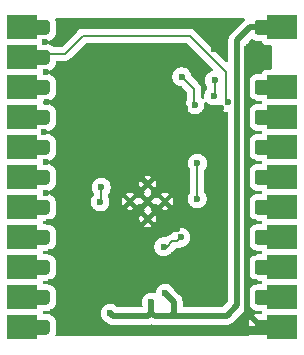
<source format=gbl>
G04 #@! TF.GenerationSoftware,KiCad,Pcbnew,9.0.1+1*
G04 #@! TF.CreationDate,2025-11-11T14:39:29+00:00*
G04 #@! TF.ProjectId,audio-codec,61756469-6f2d-4636-9f64-65632e6b6963,rev?*
G04 #@! TF.SameCoordinates,Original*
G04 #@! TF.FileFunction,Copper,L2,Bot*
G04 #@! TF.FilePolarity,Positive*
%FSLAX46Y46*%
G04 Gerber Fmt 4.6, Leading zero omitted, Abs format (unit mm)*
G04 Created by KiCad (PCBNEW 9.0.1+1) date 2025-11-11 14:39:29*
%MOMM*%
%LPD*%
G01*
G04 APERTURE LIST*
G04 #@! TA.AperFunction,ComponentPad*
%ADD10C,0.400000*%
G04 #@! TD*
G04 #@! TA.AperFunction,CastellatedPad*
%ADD11R,2.540000X2.000000*%
G04 #@! TD*
G04 #@! TA.AperFunction,ViaPad*
%ADD12C,0.600000*%
G04 #@! TD*
G04 #@! TA.AperFunction,Conductor*
%ADD13C,0.200000*%
G04 #@! TD*
G04 #@! TA.AperFunction,Conductor*
%ADD14C,0.750000*%
G04 #@! TD*
G04 #@! TA.AperFunction,Conductor*
%ADD15C,0.500000*%
G04 #@! TD*
G04 APERTURE END LIST*
D10*
X83303570Y-64589241D03*
X84778570Y-64589241D03*
X83303570Y-63114241D03*
X81828570Y-64589241D03*
X83303570Y-66064241D03*
D11*
X94693570Y-49864241D03*
G04 #@! TA.AperFunction,ComponentPad*
G36*
G01*
X92368570Y-50239241D02*
X92368570Y-49489241D01*
G75*
G02*
X92618570Y-49239241I250000J0D01*
G01*
X93368570Y-49239241D01*
G75*
G02*
X93618570Y-49489241I0J-250000D01*
G01*
X93618570Y-50239241D01*
G75*
G02*
X93368570Y-50489241I-250000J0D01*
G01*
X92618570Y-50489241D01*
G75*
G02*
X92368570Y-50239241I0J250000D01*
G01*
G37*
G04 #@! TD.AperFunction*
X94693570Y-54944241D03*
G04 #@! TA.AperFunction,ComponentPad*
G36*
G01*
X92368570Y-55319241D02*
X92368570Y-54569241D01*
G75*
G02*
X92618570Y-54319241I250000J0D01*
G01*
X93368570Y-54319241D01*
G75*
G02*
X93618570Y-54569241I0J-250000D01*
G01*
X93618570Y-55319241D01*
G75*
G02*
X93368570Y-55569241I-250000J0D01*
G01*
X92618570Y-55569241D01*
G75*
G02*
X92368570Y-55319241I0J250000D01*
G01*
G37*
G04 #@! TD.AperFunction*
X94693570Y-57484241D03*
G04 #@! TA.AperFunction,ComponentPad*
G36*
G01*
X92368570Y-57859241D02*
X92368570Y-57109241D01*
G75*
G02*
X92618570Y-56859241I250000J0D01*
G01*
X93368570Y-56859241D01*
G75*
G02*
X93618570Y-57109241I0J-250000D01*
G01*
X93618570Y-57859241D01*
G75*
G02*
X93368570Y-58109241I-250000J0D01*
G01*
X92618570Y-58109241D01*
G75*
G02*
X92368570Y-57859241I0J250000D01*
G01*
G37*
G04 #@! TD.AperFunction*
X94693570Y-60024241D03*
G04 #@! TA.AperFunction,ComponentPad*
G36*
G01*
X92368570Y-60399241D02*
X92368570Y-59649241D01*
G75*
G02*
X92618570Y-59399241I250000J0D01*
G01*
X93368570Y-59399241D01*
G75*
G02*
X93618570Y-59649241I0J-250000D01*
G01*
X93618570Y-60399241D01*
G75*
G02*
X93368570Y-60649241I-250000J0D01*
G01*
X92618570Y-60649241D01*
G75*
G02*
X92368570Y-60399241I0J250000D01*
G01*
G37*
G04 #@! TD.AperFunction*
X94693570Y-62564241D03*
G04 #@! TA.AperFunction,ComponentPad*
G36*
G01*
X92368570Y-62939241D02*
X92368570Y-62189241D01*
G75*
G02*
X92618570Y-61939241I250000J0D01*
G01*
X93368570Y-61939241D01*
G75*
G02*
X93618570Y-62189241I0J-250000D01*
G01*
X93618570Y-62939241D01*
G75*
G02*
X93368570Y-63189241I-250000J0D01*
G01*
X92618570Y-63189241D01*
G75*
G02*
X92368570Y-62939241I0J250000D01*
G01*
G37*
G04 #@! TD.AperFunction*
X94693570Y-65104241D03*
G04 #@! TA.AperFunction,ComponentPad*
G36*
G01*
X92368570Y-65479241D02*
X92368570Y-64729241D01*
G75*
G02*
X92618570Y-64479241I250000J0D01*
G01*
X93368570Y-64479241D01*
G75*
G02*
X93618570Y-64729241I0J-250000D01*
G01*
X93618570Y-65479241D01*
G75*
G02*
X93368570Y-65729241I-250000J0D01*
G01*
X92618570Y-65729241D01*
G75*
G02*
X92368570Y-65479241I0J250000D01*
G01*
G37*
G04 #@! TD.AperFunction*
X94693570Y-67644241D03*
G04 #@! TA.AperFunction,ComponentPad*
G36*
G01*
X92368570Y-68019241D02*
X92368570Y-67269241D01*
G75*
G02*
X92618570Y-67019241I250000J0D01*
G01*
X93368570Y-67019241D01*
G75*
G02*
X93618570Y-67269241I0J-250000D01*
G01*
X93618570Y-68019241D01*
G75*
G02*
X93368570Y-68269241I-250000J0D01*
G01*
X92618570Y-68269241D01*
G75*
G02*
X92368570Y-68019241I0J250000D01*
G01*
G37*
G04 #@! TD.AperFunction*
X94693570Y-70184241D03*
G04 #@! TA.AperFunction,ComponentPad*
G36*
G01*
X92368570Y-70559241D02*
X92368570Y-69809241D01*
G75*
G02*
X92618570Y-69559241I250000J0D01*
G01*
X93368570Y-69559241D01*
G75*
G02*
X93618570Y-69809241I0J-250000D01*
G01*
X93618570Y-70559241D01*
G75*
G02*
X93368570Y-70809241I-250000J0D01*
G01*
X92618570Y-70809241D01*
G75*
G02*
X92368570Y-70559241I0J250000D01*
G01*
G37*
G04 #@! TD.AperFunction*
X94693570Y-72724241D03*
G04 #@! TA.AperFunction,ComponentPad*
G36*
G01*
X92368570Y-73099241D02*
X92368570Y-72349241D01*
G75*
G02*
X92618570Y-72099241I250000J0D01*
G01*
X93368570Y-72099241D01*
G75*
G02*
X93618570Y-72349241I0J-250000D01*
G01*
X93618570Y-73099241D01*
G75*
G02*
X93368570Y-73349241I-250000J0D01*
G01*
X92618570Y-73349241D01*
G75*
G02*
X92368570Y-73099241I0J250000D01*
G01*
G37*
G04 #@! TD.AperFunction*
X94693570Y-75264241D03*
G04 #@! TA.AperFunction,ComponentPad*
G36*
G01*
X92368570Y-75639241D02*
X92368570Y-74889241D01*
G75*
G02*
X92618570Y-74639241I250000J0D01*
G01*
X93368570Y-74639241D01*
G75*
G02*
X93618570Y-74889241I0J-250000D01*
G01*
X93618570Y-75639241D01*
G75*
G02*
X93368570Y-75889241I-250000J0D01*
G01*
X92618570Y-75889241D01*
G75*
G02*
X92368570Y-75639241I0J250000D01*
G01*
G37*
G04 #@! TD.AperFunction*
G04 #@! TA.AperFunction,ComponentPad*
G36*
G01*
X73768570Y-50239241D02*
X73768570Y-49489241D01*
G75*
G02*
X74018570Y-49239241I250000J0D01*
G01*
X74768570Y-49239241D01*
G75*
G02*
X75018570Y-49489241I0J-250000D01*
G01*
X75018570Y-50239241D01*
G75*
G02*
X74768570Y-50489241I-250000J0D01*
G01*
X74018570Y-50489241D01*
G75*
G02*
X73768570Y-50239241I0J250000D01*
G01*
G37*
G04 #@! TD.AperFunction*
X72693570Y-49864241D03*
G04 #@! TA.AperFunction,ComponentPad*
G36*
G01*
X73768570Y-52779241D02*
X73768570Y-52029241D01*
G75*
G02*
X74018570Y-51779241I250000J0D01*
G01*
X74768570Y-51779241D01*
G75*
G02*
X75018570Y-52029241I0J-250000D01*
G01*
X75018570Y-52779241D01*
G75*
G02*
X74768570Y-53029241I-250000J0D01*
G01*
X74018570Y-53029241D01*
G75*
G02*
X73768570Y-52779241I0J250000D01*
G01*
G37*
G04 #@! TD.AperFunction*
X72693570Y-52404241D03*
G04 #@! TA.AperFunction,ComponentPad*
G36*
G01*
X73768570Y-55319241D02*
X73768570Y-54569241D01*
G75*
G02*
X74018570Y-54319241I250000J0D01*
G01*
X74768570Y-54319241D01*
G75*
G02*
X75018570Y-54569241I0J-250000D01*
G01*
X75018570Y-55319241D01*
G75*
G02*
X74768570Y-55569241I-250000J0D01*
G01*
X74018570Y-55569241D01*
G75*
G02*
X73768570Y-55319241I0J250000D01*
G01*
G37*
G04 #@! TD.AperFunction*
X72693570Y-54944241D03*
G04 #@! TA.AperFunction,ComponentPad*
G36*
G01*
X73768570Y-57859241D02*
X73768570Y-57109241D01*
G75*
G02*
X74018570Y-56859241I250000J0D01*
G01*
X74768570Y-56859241D01*
G75*
G02*
X75018570Y-57109241I0J-250000D01*
G01*
X75018570Y-57859241D01*
G75*
G02*
X74768570Y-58109241I-250000J0D01*
G01*
X74018570Y-58109241D01*
G75*
G02*
X73768570Y-57859241I0J250000D01*
G01*
G37*
G04 #@! TD.AperFunction*
X72693570Y-57484241D03*
G04 #@! TA.AperFunction,ComponentPad*
G36*
G01*
X73768570Y-60399241D02*
X73768570Y-59649241D01*
G75*
G02*
X74018570Y-59399241I250000J0D01*
G01*
X74768570Y-59399241D01*
G75*
G02*
X75018570Y-59649241I0J-250000D01*
G01*
X75018570Y-60399241D01*
G75*
G02*
X74768570Y-60649241I-250000J0D01*
G01*
X74018570Y-60649241D01*
G75*
G02*
X73768570Y-60399241I0J250000D01*
G01*
G37*
G04 #@! TD.AperFunction*
X72693570Y-60024241D03*
G04 #@! TA.AperFunction,ComponentPad*
G36*
G01*
X73768570Y-62939241D02*
X73768570Y-62189241D01*
G75*
G02*
X74018570Y-61939241I250000J0D01*
G01*
X74768570Y-61939241D01*
G75*
G02*
X75018570Y-62189241I0J-250000D01*
G01*
X75018570Y-62939241D01*
G75*
G02*
X74768570Y-63189241I-250000J0D01*
G01*
X74018570Y-63189241D01*
G75*
G02*
X73768570Y-62939241I0J250000D01*
G01*
G37*
G04 #@! TD.AperFunction*
X72693570Y-62564241D03*
G04 #@! TA.AperFunction,ComponentPad*
G36*
G01*
X73768570Y-65479241D02*
X73768570Y-64729241D01*
G75*
G02*
X74018570Y-64479241I250000J0D01*
G01*
X74768570Y-64479241D01*
G75*
G02*
X75018570Y-64729241I0J-250000D01*
G01*
X75018570Y-65479241D01*
G75*
G02*
X74768570Y-65729241I-250000J0D01*
G01*
X74018570Y-65729241D01*
G75*
G02*
X73768570Y-65479241I0J250000D01*
G01*
G37*
G04 #@! TD.AperFunction*
X72693570Y-65104241D03*
G04 #@! TA.AperFunction,ComponentPad*
G36*
G01*
X73768570Y-68019241D02*
X73768570Y-67269241D01*
G75*
G02*
X74018570Y-67019241I250000J0D01*
G01*
X74768570Y-67019241D01*
G75*
G02*
X75018570Y-67269241I0J-250000D01*
G01*
X75018570Y-68019241D01*
G75*
G02*
X74768570Y-68269241I-250000J0D01*
G01*
X74018570Y-68269241D01*
G75*
G02*
X73768570Y-68019241I0J250000D01*
G01*
G37*
G04 #@! TD.AperFunction*
X72693570Y-67644241D03*
G04 #@! TA.AperFunction,ComponentPad*
G36*
G01*
X73768570Y-70559241D02*
X73768570Y-69809241D01*
G75*
G02*
X74018570Y-69559241I250000J0D01*
G01*
X74768570Y-69559241D01*
G75*
G02*
X75018570Y-69809241I0J-250000D01*
G01*
X75018570Y-70559241D01*
G75*
G02*
X74768570Y-70809241I-250000J0D01*
G01*
X74018570Y-70809241D01*
G75*
G02*
X73768570Y-70559241I0J250000D01*
G01*
G37*
G04 #@! TD.AperFunction*
X72693570Y-70184241D03*
G04 #@! TA.AperFunction,ComponentPad*
G36*
G01*
X73768570Y-73099241D02*
X73768570Y-72349241D01*
G75*
G02*
X74018570Y-72099241I250000J0D01*
G01*
X74768570Y-72099241D01*
G75*
G02*
X75018570Y-72349241I0J-250000D01*
G01*
X75018570Y-73099241D01*
G75*
G02*
X74768570Y-73349241I-250000J0D01*
G01*
X74018570Y-73349241D01*
G75*
G02*
X73768570Y-73099241I0J250000D01*
G01*
G37*
G04 #@! TD.AperFunction*
X72693570Y-72724241D03*
G04 #@! TA.AperFunction,ComponentPad*
G36*
G01*
X73768570Y-75639241D02*
X73768570Y-74889241D01*
G75*
G02*
X74018570Y-74639241I250000J0D01*
G01*
X74768570Y-74639241D01*
G75*
G02*
X75018570Y-74889241I0J-250000D01*
G01*
X75018570Y-75639241D01*
G75*
G02*
X74768570Y-75889241I-250000J0D01*
G01*
X74018570Y-75889241D01*
G75*
G02*
X73768570Y-75639241I0J250000D01*
G01*
G37*
G04 #@! TD.AperFunction*
X72693570Y-75264241D03*
D12*
X87318570Y-56424241D03*
X87503570Y-64389241D03*
X87528570Y-61364241D03*
X86193570Y-54039241D03*
X79392813Y-63414241D03*
X79278528Y-64637812D03*
X86293570Y-59734241D03*
X80623570Y-60254241D03*
X89173570Y-66164241D03*
X74563570Y-58744241D03*
X80678570Y-66839241D03*
X92413570Y-71444241D03*
X86483570Y-56704241D03*
X77743570Y-57244241D03*
X91693570Y-63854241D03*
X88943570Y-51724241D03*
X83335496Y-53389241D03*
X78083570Y-63404241D03*
X76313570Y-58854241D03*
X91693570Y-53454241D03*
X76493570Y-72304241D03*
X83053570Y-67739241D03*
X74703570Y-53664241D03*
X86303570Y-52064241D03*
X88733570Y-75464241D03*
X92253570Y-61254241D03*
X74703570Y-61274241D03*
X77313570Y-54444241D03*
X86478570Y-64389241D03*
X81623570Y-68564241D03*
X81843570Y-67794241D03*
X78543570Y-68484241D03*
X75313570Y-73934241D03*
X75113570Y-68854241D03*
X87623570Y-53034241D03*
X85393570Y-55264241D03*
X77103570Y-60374241D03*
X74803570Y-56224241D03*
X85753570Y-66939241D03*
X85843570Y-69274241D03*
X85513570Y-61804241D03*
X88993570Y-50664241D03*
X75103570Y-71424241D03*
X89493570Y-56734241D03*
X81673570Y-71664241D03*
X89228570Y-67614241D03*
X74683570Y-63874241D03*
X74993570Y-66354241D03*
X92353570Y-68944241D03*
X91693570Y-51724241D03*
X90073570Y-75464241D03*
X74633570Y-51134241D03*
X89573570Y-59714241D03*
X91823570Y-74094241D03*
X91693570Y-58804241D03*
X83593570Y-58374241D03*
X92253570Y-56184241D03*
X87113570Y-71714241D03*
X92333570Y-66304241D03*
X78553570Y-71544241D03*
X83628570Y-73154241D03*
X84783570Y-72384241D03*
X80128570Y-74064241D03*
X88903570Y-55654241D03*
X88973570Y-54354241D03*
X84670677Y-68447134D03*
X86128570Y-67645907D03*
X90123570Y-56224241D03*
D13*
X87478570Y-64364241D02*
X87503570Y-64389241D01*
X87528570Y-61364241D02*
X87478570Y-61414241D01*
X87318570Y-56424241D02*
X87243570Y-56349241D01*
X87243570Y-56349241D02*
X87243570Y-55089241D01*
X87478570Y-61414241D02*
X87478570Y-64364241D01*
X87243570Y-55089241D02*
X86193570Y-54039241D01*
X79392813Y-64523527D02*
X79278528Y-64637812D01*
X79392813Y-63414241D02*
X79392813Y-64523527D01*
X89253570Y-62839241D02*
X89203570Y-62789241D01*
X77503570Y-64889241D02*
X77503570Y-62964241D01*
D14*
X93518570Y-75464241D02*
X90073570Y-75464241D01*
D15*
X91823570Y-74094241D02*
X92993570Y-75264241D01*
X91693570Y-53454241D02*
X91693570Y-58804241D01*
X91693570Y-58804241D02*
X91693570Y-63854241D01*
D13*
X89253570Y-65164241D02*
X89253570Y-62839241D01*
D14*
X88733570Y-75464241D02*
X88493570Y-75464241D01*
D15*
X91693570Y-73964241D02*
X91823570Y-74094241D01*
X91693570Y-51724241D02*
X91693570Y-53454241D01*
D14*
X90073570Y-75464241D02*
X88733570Y-75464241D01*
D15*
X91693570Y-63854241D02*
X91693570Y-73964241D01*
D14*
X94018570Y-74964241D02*
X93518570Y-75464241D01*
D15*
X85528570Y-74084241D02*
X85323570Y-74289241D01*
X92983570Y-49874241D02*
X92993570Y-49864241D01*
X93718570Y-49864241D02*
X94018570Y-49564241D01*
X85323570Y-74289241D02*
X85588570Y-74289241D01*
X83628570Y-73154241D02*
X83628570Y-74014241D01*
X91993570Y-49874241D02*
X92983570Y-49874241D01*
X85323570Y-74289241D02*
X83903570Y-74289241D01*
X90893570Y-50974241D02*
X91993570Y-49874241D01*
X83628570Y-74014241D02*
X83308570Y-74334241D01*
X84783570Y-72384241D02*
X85528570Y-73129241D01*
X80398570Y-74334241D02*
X80128570Y-74064241D01*
X83308570Y-74334241D02*
X80398570Y-74334241D01*
X85588570Y-74289241D02*
X85603570Y-74274241D01*
X90003570Y-74274241D02*
X90893570Y-73384241D01*
X85603570Y-74274241D02*
X90003570Y-74274241D01*
X92993570Y-49864241D02*
X93718570Y-49864241D01*
X85528570Y-73129241D02*
X85528570Y-74084241D01*
X83903570Y-74289241D02*
X83628570Y-74014241D01*
X90893570Y-73384241D02*
X90893570Y-50974241D01*
D13*
X88903570Y-55654241D02*
X88903570Y-55594241D01*
X88903570Y-55594241D02*
X88973570Y-55524241D01*
X88973570Y-55524241D02*
X88973570Y-54354241D01*
X84670677Y-68447134D02*
X84939405Y-68447134D01*
X85788372Y-67986105D02*
X86128570Y-67645907D01*
X85400434Y-67986105D02*
X85788372Y-67986105D01*
X84939405Y-68447134D02*
X85400434Y-67986105D01*
X76323570Y-52104241D02*
X73698570Y-52104241D01*
X90123570Y-56224241D02*
X89963570Y-56064241D01*
X89963570Y-53664241D02*
X86903570Y-50604241D01*
X86903570Y-50604241D02*
X77823570Y-50604241D01*
X77823570Y-50604241D02*
X76323570Y-52104241D01*
X89963570Y-56064241D02*
X89963570Y-53664241D01*
G04 #@! TA.AperFunction,Conductor*
G36*
X86670512Y-51224426D02*
G01*
X86691154Y-51241060D01*
X88821692Y-53371599D01*
X88855177Y-53432922D01*
X88850193Y-53502614D01*
X88808321Y-53558547D01*
X88758204Y-53580897D01*
X88740077Y-53584502D01*
X88740068Y-53584505D01*
X88594397Y-53644843D01*
X88594384Y-53644850D01*
X88463281Y-53732451D01*
X88463277Y-53732454D01*
X88351783Y-53843948D01*
X88351780Y-53843952D01*
X88264179Y-53975055D01*
X88264172Y-53975068D01*
X88203834Y-54120739D01*
X88203831Y-54120751D01*
X88173070Y-54275394D01*
X88173070Y-54433087D01*
X88203831Y-54587730D01*
X88203834Y-54587742D01*
X88264172Y-54733413D01*
X88264179Y-54733426D01*
X88352172Y-54865115D01*
X88357822Y-54883161D01*
X88368047Y-54899071D01*
X88372498Y-54930030D01*
X88373050Y-54931792D01*
X88373070Y-54934006D01*
X88373070Y-55001300D01*
X88353385Y-55068339D01*
X88336751Y-55088981D01*
X88281783Y-55143948D01*
X88281780Y-55143952D01*
X88194179Y-55275055D01*
X88194172Y-55275068D01*
X88133834Y-55420739D01*
X88133831Y-55420751D01*
X88103070Y-55575394D01*
X88103070Y-55733082D01*
X88108634Y-55761057D01*
X88102405Y-55830649D01*
X88059541Y-55885826D01*
X87993651Y-55909069D01*
X87925655Y-55893000D01*
X87899336Y-55872929D01*
X87880386Y-55853979D01*
X87846903Y-55792655D01*
X87844070Y-55766300D01*
X87844070Y-55010184D01*
X87844069Y-55010181D01*
X87834919Y-54976030D01*
X87803147Y-54857456D01*
X87774209Y-54807336D01*
X87724090Y-54720525D01*
X87612286Y-54608721D01*
X87612285Y-54608720D01*
X87607955Y-54604390D01*
X87607944Y-54604380D01*
X87028144Y-54024580D01*
X86994659Y-53963257D01*
X86994208Y-53961090D01*
X86963308Y-53805751D01*
X86963307Y-53805744D01*
X86958447Y-53794010D01*
X86902967Y-53660068D01*
X86902960Y-53660055D01*
X86815359Y-53528952D01*
X86815356Y-53528948D01*
X86703862Y-53417454D01*
X86703858Y-53417451D01*
X86572755Y-53329850D01*
X86572742Y-53329843D01*
X86427071Y-53269505D01*
X86427059Y-53269502D01*
X86272415Y-53238741D01*
X86272412Y-53238741D01*
X86114728Y-53238741D01*
X86114725Y-53238741D01*
X85960080Y-53269502D01*
X85960068Y-53269505D01*
X85814397Y-53329843D01*
X85814384Y-53329850D01*
X85683281Y-53417451D01*
X85683277Y-53417454D01*
X85571783Y-53528948D01*
X85571780Y-53528952D01*
X85484179Y-53660055D01*
X85484172Y-53660068D01*
X85423834Y-53805739D01*
X85423831Y-53805751D01*
X85393070Y-53960394D01*
X85393070Y-54118087D01*
X85423831Y-54272730D01*
X85423834Y-54272742D01*
X85484172Y-54418413D01*
X85484179Y-54418426D01*
X85571780Y-54549529D01*
X85571783Y-54549533D01*
X85683277Y-54661027D01*
X85683281Y-54661030D01*
X85814384Y-54748631D01*
X85814397Y-54748638D01*
X85956109Y-54807336D01*
X85960073Y-54808978D01*
X86024717Y-54821836D01*
X86115419Y-54839879D01*
X86177330Y-54872264D01*
X86178909Y-54873815D01*
X86606751Y-55301657D01*
X86640236Y-55362980D01*
X86643070Y-55389338D01*
X86643070Y-55956720D01*
X86623385Y-56023759D01*
X86622172Y-56025611D01*
X86609179Y-56045055D01*
X86609172Y-56045068D01*
X86548834Y-56190739D01*
X86548831Y-56190751D01*
X86518070Y-56345394D01*
X86518070Y-56503087D01*
X86548831Y-56657730D01*
X86548834Y-56657742D01*
X86609172Y-56803413D01*
X86609179Y-56803426D01*
X86696780Y-56934529D01*
X86696783Y-56934533D01*
X86808277Y-57046027D01*
X86808281Y-57046030D01*
X86939384Y-57133631D01*
X86939397Y-57133638D01*
X87085068Y-57193976D01*
X87085073Y-57193978D01*
X87239723Y-57224740D01*
X87239726Y-57224741D01*
X87239728Y-57224741D01*
X87397414Y-57224741D01*
X87397415Y-57224740D01*
X87552067Y-57193978D01*
X87697749Y-57133635D01*
X87828859Y-57046030D01*
X87940359Y-56934530D01*
X88027964Y-56803420D01*
X88033563Y-56789904D01*
X88088305Y-56657742D01*
X88088307Y-56657738D01*
X88119070Y-56503083D01*
X88119070Y-56345399D01*
X88117808Y-56339056D01*
X88113506Y-56317428D01*
X88119733Y-56247836D01*
X88162595Y-56192658D01*
X88228484Y-56169413D01*
X88296481Y-56185480D01*
X88322804Y-56205554D01*
X88393277Y-56276027D01*
X88393281Y-56276030D01*
X88524384Y-56363631D01*
X88524397Y-56363638D01*
X88593515Y-56392267D01*
X88670073Y-56423978D01*
X88824723Y-56454740D01*
X88824726Y-56454741D01*
X88824728Y-56454741D01*
X88982414Y-56454741D01*
X88982415Y-56454740D01*
X89137067Y-56423978D01*
X89195593Y-56399735D01*
X89265060Y-56392267D01*
X89327539Y-56423542D01*
X89357605Y-56466845D01*
X89414172Y-56603413D01*
X89414179Y-56603426D01*
X89501780Y-56734529D01*
X89501783Y-56734533D01*
X89613277Y-56846027D01*
X89613281Y-56846030D01*
X89744384Y-56933631D01*
X89744397Y-56933638D01*
X89885650Y-56992146D01*
X89890073Y-56993978D01*
X90043261Y-57024449D01*
X90105172Y-57056833D01*
X90139746Y-57117549D01*
X90143070Y-57146066D01*
X90143070Y-73022011D01*
X90123385Y-73089050D01*
X90106751Y-73109692D01*
X89729021Y-73487422D01*
X89667698Y-73520907D01*
X89641340Y-73523741D01*
X86403070Y-73523741D01*
X86336031Y-73504056D01*
X86290276Y-73451252D01*
X86279070Y-73399741D01*
X86279070Y-73055320D01*
X86250229Y-72910333D01*
X86250228Y-72910332D01*
X86250228Y-72910328D01*
X86194202Y-72775068D01*
X86193657Y-72773752D01*
X86193650Y-72773739D01*
X86111522Y-72650826D01*
X86104644Y-72643948D01*
X86006986Y-72546290D01*
X85529642Y-72068946D01*
X85502761Y-72028714D01*
X85492967Y-72005069D01*
X85492966Y-72005067D01*
X85492964Y-72005062D01*
X85463894Y-71961556D01*
X85405359Y-71873951D01*
X85293862Y-71762454D01*
X85293858Y-71762451D01*
X85162755Y-71674850D01*
X85162742Y-71674843D01*
X85017071Y-71614505D01*
X85017059Y-71614502D01*
X84862415Y-71583741D01*
X84862412Y-71583741D01*
X84704728Y-71583741D01*
X84704725Y-71583741D01*
X84550080Y-71614502D01*
X84550068Y-71614505D01*
X84404397Y-71674843D01*
X84404384Y-71674850D01*
X84273281Y-71762451D01*
X84273277Y-71762454D01*
X84161783Y-71873948D01*
X84161780Y-71873952D01*
X84074179Y-72005055D01*
X84074172Y-72005068D01*
X84013834Y-72150739D01*
X84013831Y-72150749D01*
X83987519Y-72283029D01*
X83955134Y-72344940D01*
X83894418Y-72379514D01*
X83841711Y-72380454D01*
X83707416Y-72353741D01*
X83707412Y-72353741D01*
X83549728Y-72353741D01*
X83549725Y-72353741D01*
X83395080Y-72384502D01*
X83395068Y-72384505D01*
X83249397Y-72444843D01*
X83249384Y-72444850D01*
X83118281Y-72532451D01*
X83118277Y-72532454D01*
X83006783Y-72643948D01*
X83006780Y-72643952D01*
X82919179Y-72775055D01*
X82919172Y-72775068D01*
X82858834Y-72920739D01*
X82858831Y-72920751D01*
X82828070Y-73075394D01*
X82828070Y-73233087D01*
X82858831Y-73387730D01*
X82858833Y-73387738D01*
X82868631Y-73411392D01*
X82870257Y-73419569D01*
X82873047Y-73423910D01*
X82878070Y-73458845D01*
X82878070Y-73459741D01*
X82858385Y-73526780D01*
X82805581Y-73572535D01*
X82754070Y-73583741D01*
X80831511Y-73583741D01*
X80764472Y-73564056D01*
X80743830Y-73547422D01*
X80638862Y-73442454D01*
X80638858Y-73442451D01*
X80507755Y-73354850D01*
X80507742Y-73354843D01*
X80362071Y-73294505D01*
X80362059Y-73294502D01*
X80207415Y-73263741D01*
X80207412Y-73263741D01*
X80049728Y-73263741D01*
X80049725Y-73263741D01*
X79895080Y-73294502D01*
X79895068Y-73294505D01*
X79749397Y-73354843D01*
X79749384Y-73354850D01*
X79618281Y-73442451D01*
X79618277Y-73442454D01*
X79506783Y-73553948D01*
X79506780Y-73553952D01*
X79419179Y-73685055D01*
X79419172Y-73685068D01*
X79358834Y-73830739D01*
X79358831Y-73830751D01*
X79328070Y-73985394D01*
X79328070Y-74143087D01*
X79358831Y-74297730D01*
X79358834Y-74297742D01*
X79419172Y-74443413D01*
X79419179Y-74443426D01*
X79506780Y-74574529D01*
X79506783Y-74574533D01*
X79618277Y-74686027D01*
X79618281Y-74686030D01*
X79749384Y-74773631D01*
X79749397Y-74773638D01*
X79773047Y-74783434D01*
X79779979Y-74788066D01*
X79785022Y-74789163D01*
X79813275Y-74810313D01*
X79815619Y-74812657D01*
X79920154Y-74917192D01*
X79920157Y-74917194D01*
X79920158Y-74917195D01*
X80043064Y-74999318D01*
X80043066Y-74999319D01*
X80043075Y-74999325D01*
X80071018Y-75010899D01*
X80071019Y-75010900D01*
X80071020Y-75010900D01*
X80179658Y-75055900D01*
X80295811Y-75079004D01*
X80315038Y-75082828D01*
X80324651Y-75084741D01*
X80324652Y-75084741D01*
X83382490Y-75084741D01*
X83501301Y-75061107D01*
X83527483Y-75055899D01*
X83617114Y-75018771D01*
X83635916Y-75016750D01*
X83653513Y-75009827D01*
X83684748Y-75011500D01*
X83686583Y-75011303D01*
X83688721Y-75011708D01*
X83800811Y-75034004D01*
X83820038Y-75037828D01*
X83829651Y-75039741D01*
X83829652Y-75039741D01*
X85662489Y-75039741D01*
X85725917Y-75027124D01*
X85750109Y-75024741D01*
X90077490Y-75024741D01*
X90202952Y-74999784D01*
X90222483Y-74995899D01*
X90359065Y-74939325D01*
X90408299Y-74906427D01*
X90481986Y-74857193D01*
X91476522Y-73862657D01*
X91497190Y-73831724D01*
X91538324Y-73770163D01*
X91538326Y-73770158D01*
X91538332Y-73770150D01*
X91558654Y-73739736D01*
X91615228Y-73603154D01*
X91631588Y-73520907D01*
X91644070Y-73458161D01*
X91644070Y-73312785D01*
X91663755Y-73245746D01*
X91716559Y-73199991D01*
X91785717Y-73190047D01*
X91849273Y-73219072D01*
X91885776Y-73273781D01*
X91933755Y-73418572D01*
X91933757Y-73418577D01*
X91953911Y-73451252D01*
X92025858Y-73567897D01*
X92149914Y-73691953D01*
X92299236Y-73784055D01*
X92465773Y-73839240D01*
X92568561Y-73849741D01*
X92850103Y-73849740D01*
X92871349Y-73855978D01*
X92893436Y-73857558D01*
X92904217Y-73865629D01*
X92917142Y-73869424D01*
X92931644Y-73886160D01*
X92949369Y-73899429D01*
X92959981Y-73918863D01*
X92962897Y-73922228D01*
X92966284Y-73930405D01*
X92974197Y-73951620D01*
X92979182Y-74021312D01*
X92974196Y-74038292D01*
X92966629Y-74058578D01*
X92924756Y-74114510D01*
X92859291Y-74138925D01*
X92850449Y-74139241D01*
X92568599Y-74139241D01*
X92568582Y-74139242D01*
X92465872Y-74149735D01*
X92299448Y-74204883D01*
X92299443Y-74204885D01*
X92292221Y-74209339D01*
X92292220Y-74209340D01*
X92972121Y-74889241D01*
X92944200Y-74889241D01*
X92848825Y-74914797D01*
X92763315Y-74964166D01*
X92693495Y-75033986D01*
X92644126Y-75119496D01*
X92618570Y-75214871D01*
X92618570Y-75242792D01*
X91938669Y-74562891D01*
X91938668Y-74562892D01*
X91934214Y-74570114D01*
X91934212Y-74570118D01*
X91879064Y-74736543D01*
X91879063Y-74736550D01*
X91868570Y-74839254D01*
X91868570Y-75689212D01*
X91868571Y-75689228D01*
X91879063Y-75791936D01*
X91905176Y-75870736D01*
X91907578Y-75940565D01*
X91871847Y-76000607D01*
X91809326Y-76031800D01*
X91787470Y-76033741D01*
X75600196Y-76033741D01*
X75533157Y-76014056D01*
X75487402Y-75961252D01*
X75477458Y-75892094D01*
X75482488Y-75870744D01*
X75508569Y-75792038D01*
X75519070Y-75689250D01*
X75519069Y-74839233D01*
X75516354Y-74812659D01*
X75508569Y-74736444D01*
X75508568Y-74736441D01*
X75463223Y-74599600D01*
X75453384Y-74569907D01*
X75361282Y-74420585D01*
X75237226Y-74296529D01*
X75144458Y-74239310D01*
X75087906Y-74204428D01*
X75087901Y-74204426D01*
X75086432Y-74203939D01*
X74921367Y-74149242D01*
X74921365Y-74149241D01*
X74818586Y-74138741D01*
X74818579Y-74138741D01*
X74537036Y-74138741D01*
X74515790Y-74132502D01*
X74493702Y-74130923D01*
X74482918Y-74122850D01*
X74469997Y-74119056D01*
X74455497Y-74102322D01*
X74437769Y-74089051D01*
X74427155Y-74069614D01*
X74424242Y-74066252D01*
X74420854Y-74058074D01*
X74413208Y-74037574D01*
X74408224Y-73967882D01*
X74413209Y-73950905D01*
X74420856Y-73930404D01*
X74462729Y-73874471D01*
X74528194Y-73850056D01*
X74537037Y-73849740D01*
X74818572Y-73849740D01*
X74818578Y-73849740D01*
X74921367Y-73839240D01*
X75087904Y-73784055D01*
X75237226Y-73691953D01*
X75361282Y-73567897D01*
X75453384Y-73418575D01*
X75508569Y-73252038D01*
X75519070Y-73149250D01*
X75519069Y-72299233D01*
X75508569Y-72196444D01*
X75453384Y-72029907D01*
X75361282Y-71880585D01*
X75237226Y-71756529D01*
X75107264Y-71676368D01*
X75087906Y-71664428D01*
X75087901Y-71664426D01*
X75086432Y-71663939D01*
X74921367Y-71609242D01*
X74921365Y-71609241D01*
X74818586Y-71598741D01*
X74818579Y-71598741D01*
X74537036Y-71598741D01*
X74515790Y-71592502D01*
X74493702Y-71590923D01*
X74482918Y-71582850D01*
X74469997Y-71579056D01*
X74455497Y-71562322D01*
X74437769Y-71549051D01*
X74427155Y-71529614D01*
X74424242Y-71526252D01*
X74420854Y-71518074D01*
X74413208Y-71497574D01*
X74408224Y-71427882D01*
X74413209Y-71410905D01*
X74420856Y-71390404D01*
X74462729Y-71334471D01*
X74528194Y-71310056D01*
X74537037Y-71309740D01*
X74818572Y-71309740D01*
X74818578Y-71309740D01*
X74921367Y-71299240D01*
X75087904Y-71244055D01*
X75237226Y-71151953D01*
X75361282Y-71027897D01*
X75453384Y-70878575D01*
X75508569Y-70712038D01*
X75519070Y-70609250D01*
X75519069Y-69759233D01*
X75508569Y-69656444D01*
X75453384Y-69489907D01*
X75361282Y-69340585D01*
X75237226Y-69216529D01*
X75087904Y-69124427D01*
X74921367Y-69069242D01*
X74921365Y-69069241D01*
X74818586Y-69058741D01*
X74818579Y-69058741D01*
X74537036Y-69058741D01*
X74515790Y-69052502D01*
X74493702Y-69050923D01*
X74482918Y-69042850D01*
X74469997Y-69039056D01*
X74455497Y-69022322D01*
X74437769Y-69009051D01*
X74427155Y-68989614D01*
X74424242Y-68986252D01*
X74420854Y-68978074D01*
X74413208Y-68957574D01*
X74408224Y-68887882D01*
X74413209Y-68870905D01*
X74420856Y-68850404D01*
X74462729Y-68794471D01*
X74528194Y-68770056D01*
X74537037Y-68769740D01*
X74818572Y-68769740D01*
X74818578Y-68769740D01*
X74921367Y-68759240D01*
X75087904Y-68704055D01*
X75237226Y-68611953D01*
X75361282Y-68487897D01*
X75435058Y-68368287D01*
X83870177Y-68368287D01*
X83870177Y-68525980D01*
X83900938Y-68680623D01*
X83900941Y-68680635D01*
X83961279Y-68826306D01*
X83961286Y-68826319D01*
X84048887Y-68957422D01*
X84048890Y-68957426D01*
X84160384Y-69068920D01*
X84160388Y-69068923D01*
X84291491Y-69156524D01*
X84291504Y-69156531D01*
X84436354Y-69216529D01*
X84437180Y-69216871D01*
X84591830Y-69247633D01*
X84591833Y-69247634D01*
X84591835Y-69247634D01*
X84749521Y-69247634D01*
X84749522Y-69247633D01*
X84904174Y-69216871D01*
X85049856Y-69156528D01*
X85180966Y-69068923D01*
X85292466Y-68957423D01*
X85314102Y-68925040D01*
X85329521Y-68906253D01*
X85349202Y-68886572D01*
X85419925Y-68815850D01*
X85419926Y-68815847D01*
X85612851Y-68622921D01*
X85674174Y-68589439D01*
X85700531Y-68586605D01*
X85701703Y-68586605D01*
X85701719Y-68586606D01*
X85709315Y-68586606D01*
X85867426Y-68586606D01*
X85867429Y-68586606D01*
X86020157Y-68545682D01*
X86079876Y-68511203D01*
X86157088Y-68466625D01*
X86157688Y-68466024D01*
X86165333Y-68461586D01*
X86179143Y-68458199D01*
X86203403Y-68447205D01*
X86280213Y-68431925D01*
X86362067Y-68415644D01*
X86507749Y-68355301D01*
X86638859Y-68267696D01*
X86750359Y-68156196D01*
X86837964Y-68025086D01*
X86898307Y-67879404D01*
X86929070Y-67724749D01*
X86929070Y-67567065D01*
X86929070Y-67567062D01*
X86929069Y-67567060D01*
X86898308Y-67412417D01*
X86898307Y-67412410D01*
X86891746Y-67396570D01*
X86837967Y-67266734D01*
X86837960Y-67266721D01*
X86750359Y-67135618D01*
X86750356Y-67135614D01*
X86638862Y-67024120D01*
X86638858Y-67024117D01*
X86507755Y-66936516D01*
X86507742Y-66936509D01*
X86362071Y-66876171D01*
X86362059Y-66876168D01*
X86207415Y-66845407D01*
X86207412Y-66845407D01*
X86049728Y-66845407D01*
X86049725Y-66845407D01*
X85895080Y-66876168D01*
X85895068Y-66876171D01*
X85749397Y-66936509D01*
X85749384Y-66936516D01*
X85618281Y-67024117D01*
X85618277Y-67024120D01*
X85506783Y-67135614D01*
X85506780Y-67135618D01*
X85419179Y-67266721D01*
X85419172Y-67266734D01*
X85399399Y-67314473D01*
X85355558Y-67368877D01*
X85316931Y-67386796D01*
X85280453Y-67396569D01*
X85280453Y-67396570D01*
X85243185Y-67406556D01*
X85168648Y-67426528D01*
X85168643Y-67426531D01*
X85031724Y-67505580D01*
X85031716Y-67505586D01*
X84970243Y-67567060D01*
X84919914Y-67617389D01*
X84919912Y-67617391D01*
X84914110Y-67623193D01*
X84852784Y-67656672D01*
X84802246Y-67657121D01*
X84749519Y-67646634D01*
X84591835Y-67646634D01*
X84591832Y-67646634D01*
X84437187Y-67677395D01*
X84437175Y-67677398D01*
X84291504Y-67737736D01*
X84291491Y-67737743D01*
X84160388Y-67825344D01*
X84160384Y-67825347D01*
X84048890Y-67936841D01*
X84048887Y-67936845D01*
X83961286Y-68067948D01*
X83961279Y-68067961D01*
X83900941Y-68213632D01*
X83900938Y-68213644D01*
X83870177Y-68368287D01*
X75435058Y-68368287D01*
X75453384Y-68338575D01*
X75508569Y-68172038D01*
X75519070Y-68069250D01*
X75519069Y-67219233D01*
X75508569Y-67116444D01*
X75453384Y-66949907D01*
X75361282Y-66800585D01*
X75242899Y-66682202D01*
X82968450Y-66682202D01*
X82968450Y-66682203D01*
X82971999Y-66684575D01*
X83099383Y-66737338D01*
X83099393Y-66737341D01*
X83234623Y-66764241D01*
X83372516Y-66764241D01*
X83507746Y-66737341D01*
X83507756Y-66737338D01*
X83635140Y-66684575D01*
X83635142Y-66684573D01*
X83638689Y-66682202D01*
X83303571Y-66347083D01*
X83303570Y-66347083D01*
X82968450Y-66682202D01*
X75242899Y-66682202D01*
X75237226Y-66676529D01*
X75087904Y-66584427D01*
X74921367Y-66529242D01*
X74921365Y-66529241D01*
X74818586Y-66518741D01*
X74818579Y-66518741D01*
X74537036Y-66518741D01*
X74515790Y-66512502D01*
X74493702Y-66510923D01*
X74482918Y-66502850D01*
X74469997Y-66499056D01*
X74455497Y-66482322D01*
X74437769Y-66469051D01*
X74427155Y-66449614D01*
X74424242Y-66446252D01*
X74420854Y-66438074D01*
X74413208Y-66417574D01*
X74408224Y-66347882D01*
X74413209Y-66330905D01*
X74420856Y-66310404D01*
X74462729Y-66254471D01*
X74528194Y-66230056D01*
X74537037Y-66229740D01*
X74818572Y-66229740D01*
X74818578Y-66229740D01*
X74921367Y-66219240D01*
X75087904Y-66164055D01*
X75137949Y-66133187D01*
X82603569Y-66133187D01*
X82630469Y-66268417D01*
X82630471Y-66268423D01*
X82683238Y-66395814D01*
X82683238Y-66395815D01*
X82685607Y-66399360D01*
X83020727Y-66064241D01*
X83000836Y-66044350D01*
X83203570Y-66044350D01*
X83203570Y-66084132D01*
X83218794Y-66120886D01*
X83246925Y-66149017D01*
X83283679Y-66164241D01*
X83323461Y-66164241D01*
X83360215Y-66149017D01*
X83388346Y-66120886D01*
X83403570Y-66084132D01*
X83403570Y-66064241D01*
X83586412Y-66064241D01*
X83921531Y-66399360D01*
X83923902Y-66395813D01*
X83923904Y-66395811D01*
X83976667Y-66268427D01*
X83976670Y-66268417D01*
X84003570Y-66133187D01*
X84003570Y-65995294D01*
X83976670Y-65860064D01*
X83976667Y-65860054D01*
X83923904Y-65732670D01*
X83921531Y-65729121D01*
X83586412Y-66064241D01*
X83403570Y-66064241D01*
X83403570Y-66044350D01*
X83388346Y-66007596D01*
X83360215Y-65979465D01*
X83323461Y-65964241D01*
X83283679Y-65964241D01*
X83246925Y-65979465D01*
X83218794Y-66007596D01*
X83203570Y-66044350D01*
X83000836Y-66044350D01*
X82685607Y-65729121D01*
X82685606Y-65729121D01*
X82683237Y-65732668D01*
X82683236Y-65732669D01*
X82630472Y-65860054D01*
X82630469Y-65860064D01*
X82603570Y-65995294D01*
X82603570Y-66133187D01*
X82603569Y-66133187D01*
X75137949Y-66133187D01*
X75237226Y-66071953D01*
X75361282Y-65947897D01*
X75453384Y-65798575D01*
X75508569Y-65632038D01*
X75519070Y-65529250D01*
X75519069Y-64679233D01*
X75508569Y-64576444D01*
X75502777Y-64558965D01*
X78478028Y-64558965D01*
X78478028Y-64716658D01*
X78508789Y-64871301D01*
X78508792Y-64871313D01*
X78569130Y-65016984D01*
X78569137Y-65016997D01*
X78656738Y-65148100D01*
X78656741Y-65148104D01*
X78768235Y-65259598D01*
X78768239Y-65259601D01*
X78899342Y-65347202D01*
X78899355Y-65347209D01*
X79045026Y-65407547D01*
X79045031Y-65407549D01*
X79196232Y-65437625D01*
X79199681Y-65438311D01*
X79199684Y-65438312D01*
X79199686Y-65438312D01*
X79357372Y-65438312D01*
X79357373Y-65438311D01*
X79512025Y-65407549D01*
X79554359Y-65390014D01*
X79583543Y-65377926D01*
X79657700Y-65347209D01*
X79657700Y-65347208D01*
X79657707Y-65347206D01*
X79788817Y-65259601D01*
X79841216Y-65207202D01*
X81493450Y-65207202D01*
X81493450Y-65207203D01*
X81496999Y-65209575D01*
X81624383Y-65262338D01*
X81624393Y-65262341D01*
X81759623Y-65289241D01*
X81897516Y-65289241D01*
X82032746Y-65262341D01*
X82032756Y-65262338D01*
X82160140Y-65209575D01*
X82160142Y-65209573D01*
X82163689Y-65207202D01*
X82968450Y-65207202D01*
X82968450Y-65207203D01*
X82971999Y-65209575D01*
X82971998Y-65209575D01*
X82978288Y-65212180D01*
X83032692Y-65256020D01*
X83054757Y-65322314D01*
X83037478Y-65390014D01*
X82986341Y-65437625D01*
X82978292Y-65441301D01*
X82971996Y-65443909D01*
X82968450Y-65446277D01*
X82968450Y-65446278D01*
X83303570Y-65781398D01*
X83303571Y-65781398D01*
X83638689Y-65446278D01*
X83635144Y-65443909D01*
X83635140Y-65443907D01*
X83628850Y-65441302D01*
X83574446Y-65397462D01*
X83552381Y-65331168D01*
X83567753Y-65266798D01*
X83600663Y-65207202D01*
X84443450Y-65207202D01*
X84443450Y-65207203D01*
X84446999Y-65209575D01*
X84574383Y-65262338D01*
X84574393Y-65262341D01*
X84709623Y-65289241D01*
X84847516Y-65289241D01*
X84982746Y-65262341D01*
X84982756Y-65262338D01*
X85110140Y-65209575D01*
X85110142Y-65209573D01*
X85113689Y-65207202D01*
X84778571Y-64872083D01*
X84778570Y-64872083D01*
X84443450Y-65207202D01*
X83600663Y-65207202D01*
X83614191Y-65182704D01*
X83303571Y-64872083D01*
X83303570Y-64872083D01*
X82968450Y-65207202D01*
X82163689Y-65207202D01*
X81828571Y-64872083D01*
X81828570Y-64872083D01*
X81493450Y-65207202D01*
X79841216Y-65207202D01*
X79900317Y-65148101D01*
X79915773Y-65124969D01*
X79937738Y-65092098D01*
X79987918Y-65016997D01*
X79987918Y-65016996D01*
X79987922Y-65016991D01*
X80048265Y-64871309D01*
X80079028Y-64716654D01*
X80079028Y-64658187D01*
X81128569Y-64658187D01*
X81155469Y-64793417D01*
X81155471Y-64793423D01*
X81208238Y-64920814D01*
X81208238Y-64920815D01*
X81210607Y-64924360D01*
X81545727Y-64589241D01*
X81525836Y-64569350D01*
X81728570Y-64569350D01*
X81728570Y-64609132D01*
X81743794Y-64645886D01*
X81771925Y-64674017D01*
X81808679Y-64689241D01*
X81848461Y-64689241D01*
X81885215Y-64674017D01*
X81913346Y-64645886D01*
X81928570Y-64609132D01*
X81928570Y-64589241D01*
X82111412Y-64589241D01*
X82446531Y-64924360D01*
X82448902Y-64920814D01*
X82451507Y-64914525D01*
X82495346Y-64860120D01*
X82561639Y-64838052D01*
X82629339Y-64855329D01*
X82676952Y-64906464D01*
X82680631Y-64914521D01*
X82683236Y-64920811D01*
X82683238Y-64920815D01*
X82685607Y-64924360D01*
X83020727Y-64589241D01*
X83000836Y-64569350D01*
X83203570Y-64569350D01*
X83203570Y-64609132D01*
X83218794Y-64645886D01*
X83246925Y-64674017D01*
X83283679Y-64689241D01*
X83323461Y-64689241D01*
X83360215Y-64674017D01*
X83388346Y-64645886D01*
X83403570Y-64609132D01*
X83403570Y-64589241D01*
X83586412Y-64589241D01*
X83921531Y-64924360D01*
X83923902Y-64920814D01*
X83926507Y-64914525D01*
X83970346Y-64860120D01*
X84036639Y-64838052D01*
X84104339Y-64855329D01*
X84151952Y-64906464D01*
X84155631Y-64914521D01*
X84158236Y-64920811D01*
X84158238Y-64920815D01*
X84160607Y-64924360D01*
X84495727Y-64589241D01*
X84475836Y-64569350D01*
X84678570Y-64569350D01*
X84678570Y-64609132D01*
X84693794Y-64645886D01*
X84721925Y-64674017D01*
X84758679Y-64689241D01*
X84798461Y-64689241D01*
X84835215Y-64674017D01*
X84863346Y-64645886D01*
X84878570Y-64609132D01*
X84878570Y-64589241D01*
X85061412Y-64589241D01*
X85396531Y-64924360D01*
X85398902Y-64920813D01*
X85398904Y-64920811D01*
X85451667Y-64793427D01*
X85451670Y-64793417D01*
X85478570Y-64658187D01*
X85478570Y-64520294D01*
X85451670Y-64385064D01*
X85451668Y-64385058D01*
X85437876Y-64351760D01*
X85437875Y-64351758D01*
X85420742Y-64310394D01*
X86703070Y-64310394D01*
X86703070Y-64468087D01*
X86733831Y-64622730D01*
X86733834Y-64622742D01*
X86794172Y-64768413D01*
X86794179Y-64768426D01*
X86881780Y-64899529D01*
X86881783Y-64899533D01*
X86993277Y-65011027D01*
X86993281Y-65011030D01*
X87124384Y-65098631D01*
X87124397Y-65098638D01*
X87270068Y-65158976D01*
X87270073Y-65158978D01*
X87389351Y-65182704D01*
X87424723Y-65189740D01*
X87424726Y-65189741D01*
X87424728Y-65189741D01*
X87582414Y-65189741D01*
X87582415Y-65189740D01*
X87737067Y-65158978D01*
X87882749Y-65098635D01*
X88013859Y-65011030D01*
X88125359Y-64899530D01*
X88212964Y-64768420D01*
X88273307Y-64622738D01*
X88304070Y-64468083D01*
X88304070Y-64310399D01*
X88304070Y-64310396D01*
X88304069Y-64310394D01*
X88298405Y-64281919D01*
X88273307Y-64155744D01*
X88232145Y-64056369D01*
X88212967Y-64010068D01*
X88212960Y-64010055D01*
X88125359Y-63878952D01*
X88125356Y-63878948D01*
X88115389Y-63868981D01*
X88081904Y-63807658D01*
X88079070Y-63781300D01*
X88079070Y-61997181D01*
X88098755Y-61930142D01*
X88115390Y-61909499D01*
X88150356Y-61874533D01*
X88150359Y-61874530D01*
X88237964Y-61743420D01*
X88247423Y-61720585D01*
X88298305Y-61597742D01*
X88298307Y-61597738D01*
X88329070Y-61443083D01*
X88329070Y-61285399D01*
X88329070Y-61285396D01*
X88329069Y-61285394D01*
X88302148Y-61150056D01*
X88298307Y-61130744D01*
X88274022Y-61072114D01*
X88237967Y-60985068D01*
X88237960Y-60985055D01*
X88150359Y-60853952D01*
X88150356Y-60853948D01*
X88038862Y-60742454D01*
X88038858Y-60742451D01*
X87907755Y-60654850D01*
X87907742Y-60654843D01*
X87762071Y-60594505D01*
X87762059Y-60594502D01*
X87607415Y-60563741D01*
X87607412Y-60563741D01*
X87449728Y-60563741D01*
X87449725Y-60563741D01*
X87295080Y-60594502D01*
X87295068Y-60594505D01*
X87149397Y-60654843D01*
X87149384Y-60654850D01*
X87018281Y-60742451D01*
X87018277Y-60742454D01*
X86906783Y-60853948D01*
X86906780Y-60853952D01*
X86819179Y-60985055D01*
X86819172Y-60985068D01*
X86758834Y-61130739D01*
X86758831Y-61130751D01*
X86728070Y-61285394D01*
X86728070Y-61443087D01*
X86758831Y-61597730D01*
X86758834Y-61597742D01*
X86819172Y-61743413D01*
X86819176Y-61743420D01*
X86857172Y-61800285D01*
X86878050Y-61866962D01*
X86878070Y-61869176D01*
X86878070Y-63846891D01*
X86858385Y-63913930D01*
X86857196Y-63915744D01*
X86839438Y-63942322D01*
X86794179Y-64010056D01*
X86794172Y-64010069D01*
X86733834Y-64155739D01*
X86733831Y-64155751D01*
X86703070Y-64310394D01*
X85420742Y-64310394D01*
X85398904Y-64257670D01*
X85396531Y-64254121D01*
X85061412Y-64589241D01*
X84878570Y-64589241D01*
X84878570Y-64569350D01*
X84863346Y-64532596D01*
X84835215Y-64504465D01*
X84798461Y-64489241D01*
X84758679Y-64489241D01*
X84721925Y-64504465D01*
X84693794Y-64532596D01*
X84678570Y-64569350D01*
X84475836Y-64569350D01*
X84160607Y-64254121D01*
X84160606Y-64254121D01*
X84158238Y-64257667D01*
X84155630Y-64263963D01*
X84111787Y-64318365D01*
X84045492Y-64340428D01*
X83977793Y-64323147D01*
X83930184Y-64272008D01*
X83926509Y-64263959D01*
X83923904Y-64257670D01*
X83921531Y-64254121D01*
X83586412Y-64589241D01*
X83403570Y-64589241D01*
X83403570Y-64569350D01*
X83388346Y-64532596D01*
X83360215Y-64504465D01*
X83323461Y-64489241D01*
X83283679Y-64489241D01*
X83246925Y-64504465D01*
X83218794Y-64532596D01*
X83203570Y-64569350D01*
X83000836Y-64569350D01*
X82685607Y-64254121D01*
X82685606Y-64254121D01*
X82683238Y-64257667D01*
X82680630Y-64263963D01*
X82636787Y-64318365D01*
X82570492Y-64340428D01*
X82502793Y-64323147D01*
X82455184Y-64272008D01*
X82451509Y-64263959D01*
X82448904Y-64257670D01*
X82446531Y-64254121D01*
X82111412Y-64589241D01*
X81928570Y-64589241D01*
X81928570Y-64569350D01*
X81913346Y-64532596D01*
X81885215Y-64504465D01*
X81848461Y-64489241D01*
X81808679Y-64489241D01*
X81771925Y-64504465D01*
X81743794Y-64532596D01*
X81728570Y-64569350D01*
X81525836Y-64569350D01*
X81210607Y-64254121D01*
X81210606Y-64254121D01*
X81208237Y-64257668D01*
X81208236Y-64257669D01*
X81155472Y-64385054D01*
X81155469Y-64385064D01*
X81128570Y-64520294D01*
X81128570Y-64658187D01*
X81128569Y-64658187D01*
X80079028Y-64658187D01*
X80079028Y-64558970D01*
X80079028Y-64558967D01*
X80074936Y-64538397D01*
X80074936Y-64538396D01*
X80048267Y-64404322D01*
X80048264Y-64404313D01*
X80040288Y-64385058D01*
X80002751Y-64294435D01*
X80001125Y-64286259D01*
X79998336Y-64281919D01*
X79993313Y-64246984D01*
X79993313Y-63994006D01*
X79999987Y-63971277D01*
X81493450Y-63971277D01*
X81493450Y-63971278D01*
X81828570Y-64306398D01*
X81828571Y-64306398D01*
X82163689Y-63971278D01*
X82160144Y-63968909D01*
X82032752Y-63916142D01*
X82032746Y-63916140D01*
X81897516Y-63889241D01*
X81759624Y-63889241D01*
X81624393Y-63916140D01*
X81624383Y-63916143D01*
X81496998Y-63968907D01*
X81496997Y-63968908D01*
X81493450Y-63971277D01*
X79999987Y-63971277D01*
X80012998Y-63926967D01*
X80014211Y-63925115D01*
X80024569Y-63909614D01*
X80102207Y-63793420D01*
X80127564Y-63732202D01*
X82968450Y-63732202D01*
X82968450Y-63732203D01*
X82971999Y-63734575D01*
X82971998Y-63734575D01*
X82978288Y-63737180D01*
X83032692Y-63781020D01*
X83054757Y-63847314D01*
X83039382Y-63911689D01*
X82992944Y-63995772D01*
X83303570Y-64306398D01*
X83303571Y-64306398D01*
X83614194Y-63995773D01*
X83600665Y-63971277D01*
X84443450Y-63971277D01*
X84443450Y-63971278D01*
X84778570Y-64306398D01*
X84778571Y-64306398D01*
X85113689Y-63971278D01*
X85110144Y-63968909D01*
X84982752Y-63916142D01*
X84982746Y-63916140D01*
X84847516Y-63889241D01*
X84709624Y-63889241D01*
X84574393Y-63916140D01*
X84574383Y-63916143D01*
X84446998Y-63968907D01*
X84446997Y-63968908D01*
X84443450Y-63971277D01*
X83600665Y-63971277D01*
X83567756Y-63911688D01*
X83561491Y-63883539D01*
X83552381Y-63856168D01*
X83553993Y-63849850D01*
X83552577Y-63843487D01*
X83562527Y-63816413D01*
X83569660Y-63788468D01*
X83574431Y-63784025D01*
X83576680Y-63777907D01*
X83599685Y-63760512D01*
X83620797Y-63740857D01*
X83628854Y-63737178D01*
X83635143Y-63734573D01*
X83638689Y-63732202D01*
X83303571Y-63397083D01*
X83303570Y-63397083D01*
X82968450Y-63732202D01*
X80127564Y-63732202D01*
X80162550Y-63647738D01*
X80193313Y-63493083D01*
X80193313Y-63335399D01*
X80193313Y-63335396D01*
X80193312Y-63335394D01*
X80178032Y-63258577D01*
X80163036Y-63183187D01*
X82603569Y-63183187D01*
X82630469Y-63318417D01*
X82630471Y-63318423D01*
X82683238Y-63445814D01*
X82683238Y-63445815D01*
X82685607Y-63449360D01*
X83020727Y-63114241D01*
X83000836Y-63094350D01*
X83203570Y-63094350D01*
X83203570Y-63134132D01*
X83218794Y-63170886D01*
X83246925Y-63199017D01*
X83283679Y-63214241D01*
X83323461Y-63214241D01*
X83360215Y-63199017D01*
X83388346Y-63170886D01*
X83403570Y-63134132D01*
X83403570Y-63114241D01*
X83586412Y-63114241D01*
X83921531Y-63449360D01*
X83923902Y-63445813D01*
X83923904Y-63445811D01*
X83976667Y-63318427D01*
X83976670Y-63318417D01*
X84003570Y-63183187D01*
X84003570Y-63045294D01*
X83976670Y-62910064D01*
X83976667Y-62910054D01*
X83923904Y-62782670D01*
X83921531Y-62779121D01*
X83586412Y-63114241D01*
X83403570Y-63114241D01*
X83403570Y-63094350D01*
X83388346Y-63057596D01*
X83360215Y-63029465D01*
X83323461Y-63014241D01*
X83283679Y-63014241D01*
X83246925Y-63029465D01*
X83218794Y-63057596D01*
X83203570Y-63094350D01*
X83000836Y-63094350D01*
X82685607Y-62779121D01*
X82685606Y-62779121D01*
X82683237Y-62782668D01*
X82683236Y-62782669D01*
X82630472Y-62910054D01*
X82630469Y-62910064D01*
X82603570Y-63045294D01*
X82603570Y-63183187D01*
X82603569Y-63183187D01*
X80163036Y-63183187D01*
X80162550Y-63180744D01*
X80143243Y-63134132D01*
X80123579Y-63086657D01*
X80102208Y-63035065D01*
X80102207Y-63035062D01*
X80102205Y-63035059D01*
X80102203Y-63035055D01*
X80014602Y-62903952D01*
X80014599Y-62903948D01*
X79903105Y-62792454D01*
X79903101Y-62792451D01*
X79771998Y-62704850D01*
X79771985Y-62704843D01*
X79656595Y-62657048D01*
X79626314Y-62644505D01*
X79626302Y-62644502D01*
X79471658Y-62613741D01*
X79471655Y-62613741D01*
X79313971Y-62613741D01*
X79313968Y-62613741D01*
X79159323Y-62644502D01*
X79159311Y-62644505D01*
X79013640Y-62704843D01*
X79013627Y-62704850D01*
X78882524Y-62792451D01*
X78882520Y-62792454D01*
X78771026Y-62903948D01*
X78771023Y-62903952D01*
X78683422Y-63035055D01*
X78683415Y-63035068D01*
X78623077Y-63180739D01*
X78623074Y-63180751D01*
X78592313Y-63335394D01*
X78592313Y-63493087D01*
X78623074Y-63647730D01*
X78623077Y-63647742D01*
X78683415Y-63793413D01*
X78683422Y-63793426D01*
X78750017Y-63893092D01*
X78770895Y-63959770D01*
X78752410Y-64027150D01*
X78734597Y-64049664D01*
X78656738Y-64127523D01*
X78569137Y-64258626D01*
X78569130Y-64258639D01*
X78508792Y-64404310D01*
X78508789Y-64404322D01*
X78478028Y-64558965D01*
X75502777Y-64558965D01*
X75453384Y-64409907D01*
X75361282Y-64260585D01*
X75237226Y-64136529D01*
X75087904Y-64044427D01*
X74921367Y-63989242D01*
X74921365Y-63989241D01*
X74818586Y-63978741D01*
X74818579Y-63978741D01*
X74537036Y-63978741D01*
X74515790Y-63972502D01*
X74493702Y-63970923D01*
X74482918Y-63962850D01*
X74469997Y-63959056D01*
X74455497Y-63942322D01*
X74437769Y-63929051D01*
X74427155Y-63909614D01*
X74424242Y-63906252D01*
X74420854Y-63898074D01*
X74413722Y-63878952D01*
X74413207Y-63877573D01*
X74408224Y-63807882D01*
X74413209Y-63790905D01*
X74420856Y-63770404D01*
X74462729Y-63714471D01*
X74528194Y-63690056D01*
X74537037Y-63689740D01*
X74818572Y-63689740D01*
X74818578Y-63689740D01*
X74921367Y-63679240D01*
X75087904Y-63624055D01*
X75237226Y-63531953D01*
X75361282Y-63407897D01*
X75453384Y-63258575D01*
X75508569Y-63092038D01*
X75519070Y-62989250D01*
X75519069Y-62496277D01*
X82968450Y-62496277D01*
X82968450Y-62496278D01*
X83303570Y-62831398D01*
X83303571Y-62831398D01*
X83638689Y-62496278D01*
X83635144Y-62493909D01*
X83507752Y-62441142D01*
X83507746Y-62441140D01*
X83372516Y-62414241D01*
X83234624Y-62414241D01*
X83099393Y-62441140D01*
X83099383Y-62441143D01*
X82971998Y-62493907D01*
X82971997Y-62493908D01*
X82968450Y-62496277D01*
X75519069Y-62496277D01*
X75519069Y-62139233D01*
X75508569Y-62036444D01*
X75453384Y-61869907D01*
X75361282Y-61720585D01*
X75237226Y-61596529D01*
X75087904Y-61504427D01*
X74921367Y-61449242D01*
X74921365Y-61449241D01*
X74818586Y-61438741D01*
X74818579Y-61438741D01*
X74537036Y-61438741D01*
X74515790Y-61432502D01*
X74493702Y-61430923D01*
X74482918Y-61422850D01*
X74469997Y-61419056D01*
X74455497Y-61402322D01*
X74437769Y-61389051D01*
X74427155Y-61369614D01*
X74424242Y-61366252D01*
X74420854Y-61358074D01*
X74413208Y-61337574D01*
X74408224Y-61267882D01*
X74413209Y-61250905D01*
X74420856Y-61230404D01*
X74462729Y-61174471D01*
X74528194Y-61150056D01*
X74537037Y-61149740D01*
X74818572Y-61149740D01*
X74818578Y-61149740D01*
X74921367Y-61139240D01*
X75087904Y-61084055D01*
X75237226Y-60991953D01*
X75361282Y-60867897D01*
X75453384Y-60718575D01*
X75508569Y-60552038D01*
X75519070Y-60449250D01*
X75519069Y-59599233D01*
X75508569Y-59496444D01*
X75453384Y-59329907D01*
X75361282Y-59180585D01*
X75237226Y-59056529D01*
X75087904Y-58964427D01*
X74921367Y-58909242D01*
X74921365Y-58909241D01*
X74818586Y-58898741D01*
X74818579Y-58898741D01*
X74537036Y-58898741D01*
X74515790Y-58892502D01*
X74493702Y-58890923D01*
X74482918Y-58882850D01*
X74469997Y-58879056D01*
X74455497Y-58862322D01*
X74437769Y-58849051D01*
X74427155Y-58829614D01*
X74424242Y-58826252D01*
X74420854Y-58818074D01*
X74413208Y-58797574D01*
X74408224Y-58727882D01*
X74413209Y-58710905D01*
X74420856Y-58690404D01*
X74462729Y-58634471D01*
X74528194Y-58610056D01*
X74537037Y-58609740D01*
X74818572Y-58609740D01*
X74818578Y-58609740D01*
X74921367Y-58599240D01*
X75087904Y-58544055D01*
X75237226Y-58451953D01*
X75361282Y-58327897D01*
X75453384Y-58178575D01*
X75508569Y-58012038D01*
X75519070Y-57909250D01*
X75519069Y-57059233D01*
X75508569Y-56956444D01*
X75453384Y-56789907D01*
X75361282Y-56640585D01*
X75237226Y-56516529D01*
X75137051Y-56454741D01*
X75087906Y-56424428D01*
X75087901Y-56424426D01*
X75085233Y-56423542D01*
X74921367Y-56369242D01*
X74921365Y-56369241D01*
X74818586Y-56358741D01*
X74818579Y-56358741D01*
X74537036Y-56358741D01*
X74515790Y-56352502D01*
X74493702Y-56350923D01*
X74482918Y-56342850D01*
X74469997Y-56339056D01*
X74455497Y-56322322D01*
X74437769Y-56309051D01*
X74427155Y-56289614D01*
X74424242Y-56286252D01*
X74420854Y-56278074D01*
X74413208Y-56257574D01*
X74408224Y-56187882D01*
X74413209Y-56170905D01*
X74420856Y-56150404D01*
X74462729Y-56094471D01*
X74528194Y-56070056D01*
X74537037Y-56069740D01*
X74818572Y-56069740D01*
X74818578Y-56069740D01*
X74921367Y-56059240D01*
X75087904Y-56004055D01*
X75237226Y-55911953D01*
X75361282Y-55787897D01*
X75453384Y-55638575D01*
X75508569Y-55472038D01*
X75519070Y-55369250D01*
X75519069Y-54519233D01*
X75508569Y-54416444D01*
X75453384Y-54249907D01*
X75361282Y-54100585D01*
X75237226Y-53976529D01*
X75087904Y-53884427D01*
X74921367Y-53829242D01*
X74921365Y-53829241D01*
X74818586Y-53818741D01*
X74818579Y-53818741D01*
X74537036Y-53818741D01*
X74515790Y-53812502D01*
X74493702Y-53810923D01*
X74482918Y-53802850D01*
X74469997Y-53799056D01*
X74455497Y-53782322D01*
X74437769Y-53769051D01*
X74427155Y-53749614D01*
X74424242Y-53746252D01*
X74420854Y-53738074D01*
X74413208Y-53717574D01*
X74408224Y-53647882D01*
X74413209Y-53630905D01*
X74420856Y-53610404D01*
X74462729Y-53554471D01*
X74528194Y-53530056D01*
X74537037Y-53529740D01*
X74818572Y-53529740D01*
X74818578Y-53529740D01*
X74921367Y-53519240D01*
X75087904Y-53464055D01*
X75237226Y-53371953D01*
X75361282Y-53247897D01*
X75453384Y-53098575D01*
X75508569Y-52932038D01*
X75519070Y-52829250D01*
X75519070Y-52828741D01*
X75519101Y-52828635D01*
X75519230Y-52826102D01*
X75519390Y-52826110D01*
X75519391Y-52826109D01*
X75519414Y-52826111D01*
X75519835Y-52826132D01*
X75538755Y-52761702D01*
X75591559Y-52715947D01*
X75643070Y-52704741D01*
X76236901Y-52704741D01*
X76236917Y-52704742D01*
X76244513Y-52704742D01*
X76402624Y-52704742D01*
X76402627Y-52704742D01*
X76555355Y-52663818D01*
X76605474Y-52634880D01*
X76692286Y-52584761D01*
X76804090Y-52472957D01*
X76804090Y-52472955D01*
X76814298Y-52462748D01*
X76814299Y-52462745D01*
X78035986Y-51241060D01*
X78097309Y-51207575D01*
X78123667Y-51204741D01*
X86603473Y-51204741D01*
X86670512Y-51224426D01*
G37*
G04 #@! TD.AperFunction*
G04 #@! TA.AperFunction,Conductor*
G36*
X91849273Y-70679072D02*
G01*
X91885775Y-70733780D01*
X91933756Y-70878575D01*
X92025858Y-71027897D01*
X92149914Y-71151953D01*
X92299236Y-71244055D01*
X92465773Y-71299240D01*
X92568561Y-71309741D01*
X92850103Y-71309740D01*
X92871349Y-71315978D01*
X92893432Y-71317557D01*
X92904214Y-71325628D01*
X92917142Y-71329424D01*
X92931643Y-71346159D01*
X92949367Y-71359426D01*
X92959982Y-71378864D01*
X92962897Y-71382228D01*
X92966283Y-71390402D01*
X92973930Y-71410903D01*
X92978917Y-71480593D01*
X92973931Y-71497576D01*
X92966284Y-71518077D01*
X92924411Y-71574010D01*
X92858946Y-71598425D01*
X92850103Y-71598741D01*
X92568569Y-71598741D01*
X92568550Y-71598742D01*
X92465773Y-71609241D01*
X92465770Y-71609242D01*
X92299238Y-71664426D01*
X92299233Y-71664428D01*
X92149912Y-71756530D01*
X92025859Y-71880583D01*
X91933757Y-72029904D01*
X91933755Y-72029909D01*
X91885776Y-72174701D01*
X91846003Y-72232146D01*
X91781487Y-72258969D01*
X91712711Y-72246654D01*
X91661512Y-72199111D01*
X91644070Y-72135697D01*
X91644070Y-70772785D01*
X91663755Y-70705746D01*
X91716559Y-70659991D01*
X91785717Y-70650047D01*
X91849273Y-70679072D01*
G37*
G04 #@! TD.AperFunction*
G04 #@! TA.AperFunction,Conductor*
G36*
X91800029Y-68116583D02*
G01*
X91815674Y-68118286D01*
X91831162Y-68130801D01*
X91849273Y-68139072D01*
X91858485Y-68152879D01*
X91870019Y-68162199D01*
X91885776Y-68193781D01*
X91933755Y-68338572D01*
X91933757Y-68338577D01*
X91944074Y-68355304D01*
X92025858Y-68487897D01*
X92149914Y-68611953D01*
X92299236Y-68704055D01*
X92465773Y-68759240D01*
X92568561Y-68769741D01*
X92850103Y-68769740D01*
X92871349Y-68775978D01*
X92893432Y-68777557D01*
X92904214Y-68785628D01*
X92917142Y-68789424D01*
X92931643Y-68806159D01*
X92949367Y-68819426D01*
X92959982Y-68838864D01*
X92962897Y-68842228D01*
X92966283Y-68850402D01*
X92973930Y-68870903D01*
X92978917Y-68940593D01*
X92973931Y-68957576D01*
X92966284Y-68978077D01*
X92924411Y-69034010D01*
X92858946Y-69058425D01*
X92850103Y-69058741D01*
X92568569Y-69058741D01*
X92568550Y-69058742D01*
X92465773Y-69069241D01*
X92465770Y-69069242D01*
X92299238Y-69124426D01*
X92299233Y-69124428D01*
X92149912Y-69216530D01*
X92025859Y-69340583D01*
X91933757Y-69489904D01*
X91933755Y-69489909D01*
X91885776Y-69634701D01*
X91846003Y-69692146D01*
X91781487Y-69718969D01*
X91712711Y-69706654D01*
X91661512Y-69659111D01*
X91644070Y-69595697D01*
X91644070Y-68232785D01*
X91648502Y-68217688D01*
X91647962Y-68201961D01*
X91658145Y-68184848D01*
X91663755Y-68165746D01*
X91675646Y-68155442D01*
X91683694Y-68141919D01*
X91701512Y-68133028D01*
X91716559Y-68119991D01*
X91732132Y-68117751D01*
X91746214Y-68110726D01*
X91766010Y-68112880D01*
X91785717Y-68110047D01*
X91800029Y-68116583D01*
G37*
G04 #@! TD.AperFunction*
G04 #@! TA.AperFunction,Conductor*
G36*
X91849273Y-65599072D02*
G01*
X91885776Y-65653781D01*
X91933755Y-65798572D01*
X91933757Y-65798577D01*
X91968639Y-65855129D01*
X92025858Y-65947897D01*
X92149914Y-66071953D01*
X92299236Y-66164055D01*
X92465773Y-66219240D01*
X92568561Y-66229741D01*
X92850103Y-66229740D01*
X92871349Y-66235978D01*
X92893432Y-66237557D01*
X92904214Y-66245628D01*
X92917142Y-66249424D01*
X92931643Y-66266159D01*
X92949367Y-66279426D01*
X92959982Y-66298864D01*
X92962897Y-66302228D01*
X92966283Y-66310402D01*
X92973930Y-66330903D01*
X92978917Y-66400593D01*
X92973931Y-66417576D01*
X92966284Y-66438077D01*
X92924411Y-66494010D01*
X92858946Y-66518425D01*
X92850103Y-66518741D01*
X92568569Y-66518741D01*
X92568550Y-66518742D01*
X92465773Y-66529241D01*
X92465770Y-66529242D01*
X92299238Y-66584426D01*
X92299233Y-66584428D01*
X92149912Y-66676530D01*
X92025859Y-66800583D01*
X91933757Y-66949904D01*
X91933755Y-66949909D01*
X91885776Y-67094701D01*
X91846003Y-67152146D01*
X91781487Y-67178969D01*
X91712711Y-67166654D01*
X91661512Y-67119111D01*
X91644070Y-67055697D01*
X91644070Y-65692785D01*
X91663755Y-65625746D01*
X91716559Y-65579991D01*
X91785717Y-65570047D01*
X91849273Y-65599072D01*
G37*
G04 #@! TD.AperFunction*
G04 #@! TA.AperFunction,Conductor*
G36*
X91800029Y-63036583D02*
G01*
X91815674Y-63038286D01*
X91831162Y-63050801D01*
X91849273Y-63059072D01*
X91858485Y-63072879D01*
X91870019Y-63082199D01*
X91885775Y-63113780D01*
X91933756Y-63258575D01*
X92025858Y-63407897D01*
X92149914Y-63531953D01*
X92299236Y-63624055D01*
X92465773Y-63679240D01*
X92568561Y-63689741D01*
X92850103Y-63689740D01*
X92871349Y-63695978D01*
X92893432Y-63697557D01*
X92904214Y-63705628D01*
X92917142Y-63709424D01*
X92931643Y-63726159D01*
X92949367Y-63739426D01*
X92959982Y-63758864D01*
X92962897Y-63762228D01*
X92966283Y-63770402D01*
X92973930Y-63790903D01*
X92978917Y-63860593D01*
X92973931Y-63877576D01*
X92966284Y-63898077D01*
X92924411Y-63954010D01*
X92858946Y-63978425D01*
X92850103Y-63978741D01*
X92568569Y-63978741D01*
X92568550Y-63978742D01*
X92465773Y-63989241D01*
X92465770Y-63989242D01*
X92299238Y-64044426D01*
X92299233Y-64044428D01*
X92149912Y-64136530D01*
X92025859Y-64260583D01*
X91933757Y-64409904D01*
X91933755Y-64409909D01*
X91885776Y-64554701D01*
X91846003Y-64612146D01*
X91781487Y-64638969D01*
X91712711Y-64626654D01*
X91661512Y-64579111D01*
X91644070Y-64515697D01*
X91644070Y-63152785D01*
X91648502Y-63137688D01*
X91647962Y-63121961D01*
X91658145Y-63104848D01*
X91663755Y-63085746D01*
X91675646Y-63075442D01*
X91683694Y-63061919D01*
X91701512Y-63053028D01*
X91716559Y-63039991D01*
X91732132Y-63037751D01*
X91746214Y-63030726D01*
X91766010Y-63032880D01*
X91785717Y-63030047D01*
X91800029Y-63036583D01*
G37*
G04 #@! TD.AperFunction*
G04 #@! TA.AperFunction,Conductor*
G36*
X91849273Y-60519072D02*
G01*
X91885776Y-60573781D01*
X91933755Y-60718572D01*
X91933757Y-60718577D01*
X91968639Y-60775129D01*
X92025858Y-60867897D01*
X92149914Y-60991953D01*
X92299236Y-61084055D01*
X92465773Y-61139240D01*
X92568561Y-61149741D01*
X92850103Y-61149740D01*
X92871349Y-61155978D01*
X92893432Y-61157557D01*
X92904214Y-61165628D01*
X92917142Y-61169424D01*
X92931643Y-61186159D01*
X92949367Y-61199426D01*
X92959982Y-61218864D01*
X92962897Y-61222228D01*
X92966283Y-61230402D01*
X92973930Y-61250903D01*
X92978917Y-61320593D01*
X92973931Y-61337576D01*
X92966284Y-61358077D01*
X92924411Y-61414010D01*
X92858946Y-61438425D01*
X92850103Y-61438741D01*
X92568569Y-61438741D01*
X92568550Y-61438742D01*
X92465773Y-61449241D01*
X92465770Y-61449242D01*
X92299238Y-61504426D01*
X92299233Y-61504428D01*
X92149912Y-61596530D01*
X92025859Y-61720583D01*
X91933757Y-61869904D01*
X91933756Y-61869907D01*
X91891582Y-61997181D01*
X91885776Y-62014701D01*
X91846003Y-62072146D01*
X91781487Y-62098969D01*
X91712711Y-62086654D01*
X91661512Y-62039111D01*
X91644070Y-61975697D01*
X91644070Y-60612785D01*
X91663755Y-60545746D01*
X91716559Y-60499991D01*
X91785717Y-60490047D01*
X91849273Y-60519072D01*
G37*
G04 #@! TD.AperFunction*
G04 #@! TA.AperFunction,Conductor*
G36*
X91800029Y-57956583D02*
G01*
X91815674Y-57958286D01*
X91831162Y-57970801D01*
X91849273Y-57979072D01*
X91858485Y-57992879D01*
X91870019Y-58002199D01*
X91885775Y-58033780D01*
X91933756Y-58178575D01*
X92025858Y-58327897D01*
X92149914Y-58451953D01*
X92299236Y-58544055D01*
X92465773Y-58599240D01*
X92568561Y-58609741D01*
X92850103Y-58609740D01*
X92871349Y-58615978D01*
X92893432Y-58617557D01*
X92904214Y-58625628D01*
X92917142Y-58629424D01*
X92931643Y-58646159D01*
X92949367Y-58659426D01*
X92959982Y-58678864D01*
X92962897Y-58682228D01*
X92966283Y-58690402D01*
X92973930Y-58710903D01*
X92978917Y-58780593D01*
X92973931Y-58797576D01*
X92966284Y-58818077D01*
X92924411Y-58874010D01*
X92858946Y-58898425D01*
X92850103Y-58898741D01*
X92568569Y-58898741D01*
X92568550Y-58898742D01*
X92465773Y-58909241D01*
X92465770Y-58909242D01*
X92299238Y-58964426D01*
X92299233Y-58964428D01*
X92149912Y-59056530D01*
X92025859Y-59180583D01*
X91933757Y-59329904D01*
X91933755Y-59329909D01*
X91885776Y-59474701D01*
X91846003Y-59532146D01*
X91781487Y-59558969D01*
X91712711Y-59546654D01*
X91661512Y-59499111D01*
X91644070Y-59435697D01*
X91644070Y-58072785D01*
X91648502Y-58057688D01*
X91647962Y-58041961D01*
X91658145Y-58024848D01*
X91663755Y-58005746D01*
X91675646Y-57995442D01*
X91683694Y-57981919D01*
X91701512Y-57973028D01*
X91716559Y-57959991D01*
X91732132Y-57957751D01*
X91746214Y-57950726D01*
X91766010Y-57952880D01*
X91785717Y-57950047D01*
X91800029Y-57956583D01*
G37*
G04 #@! TD.AperFunction*
G04 #@! TA.AperFunction,Conductor*
G36*
X91849273Y-55439072D02*
G01*
X91885775Y-55493780D01*
X91933756Y-55638575D01*
X92025858Y-55787897D01*
X92149914Y-55911953D01*
X92299236Y-56004055D01*
X92465773Y-56059240D01*
X92568561Y-56069741D01*
X92850103Y-56069740D01*
X92871349Y-56075978D01*
X92893432Y-56077557D01*
X92904214Y-56085628D01*
X92917142Y-56089424D01*
X92931643Y-56106159D01*
X92949367Y-56119426D01*
X92959982Y-56138864D01*
X92962897Y-56142228D01*
X92966283Y-56150402D01*
X92973930Y-56170903D01*
X92978917Y-56240593D01*
X92973931Y-56257576D01*
X92966284Y-56278077D01*
X92924411Y-56334010D01*
X92858946Y-56358425D01*
X92850103Y-56358741D01*
X92568569Y-56358741D01*
X92568550Y-56358742D01*
X92465773Y-56369241D01*
X92465770Y-56369242D01*
X92299238Y-56424426D01*
X92299233Y-56424428D01*
X92149912Y-56516530D01*
X92025859Y-56640583D01*
X91933757Y-56789904D01*
X91933755Y-56789909D01*
X91898701Y-56895697D01*
X91886131Y-56933631D01*
X91885776Y-56934701D01*
X91846003Y-56992146D01*
X91781487Y-57018969D01*
X91712711Y-57006654D01*
X91661512Y-56959111D01*
X91644070Y-56895697D01*
X91644070Y-55532785D01*
X91663755Y-55465746D01*
X91716559Y-55419991D01*
X91785717Y-55410047D01*
X91849273Y-55439072D01*
G37*
G04 #@! TD.AperFunction*
G04 #@! TA.AperFunction,Conductor*
G36*
X92138829Y-50849806D02*
G01*
X92168404Y-50849259D01*
X92175739Y-50852446D01*
X92179011Y-50852680D01*
X92200766Y-50863318D01*
X92299236Y-50924055D01*
X92465773Y-50979240D01*
X92568561Y-50989741D01*
X92850103Y-50989740D01*
X92917142Y-51009424D01*
X92962897Y-51062228D01*
X92966284Y-51070405D01*
X92979774Y-51106573D01*
X92979775Y-51106575D01*
X93066022Y-51221785D01*
X93066025Y-51221788D01*
X93181234Y-51308034D01*
X93181241Y-51308038D01*
X93226188Y-51324802D01*
X93316087Y-51358332D01*
X93375697Y-51364741D01*
X93696573Y-51364740D01*
X93763610Y-51384424D01*
X93809365Y-51437228D01*
X93820554Y-51486707D01*
X93850574Y-53317708D01*
X93831991Y-53385061D01*
X93779945Y-53431676D01*
X93726591Y-53443741D01*
X93375700Y-53443741D01*
X93375693Y-53443742D01*
X93316086Y-53450149D01*
X93181241Y-53500443D01*
X93181234Y-53500447D01*
X93066025Y-53586693D01*
X93066022Y-53586696D01*
X92979775Y-53701906D01*
X92966284Y-53738077D01*
X92924411Y-53794010D01*
X92858946Y-53818425D01*
X92850103Y-53818741D01*
X92568569Y-53818741D01*
X92568550Y-53818742D01*
X92465773Y-53829241D01*
X92465770Y-53829242D01*
X92299238Y-53884426D01*
X92299233Y-53884428D01*
X92149912Y-53976530D01*
X92025859Y-54100583D01*
X91933757Y-54249904D01*
X91933755Y-54249909D01*
X91885776Y-54394701D01*
X91846003Y-54452146D01*
X91781487Y-54478969D01*
X91712711Y-54466654D01*
X91661512Y-54419111D01*
X91644070Y-54355697D01*
X91644070Y-51336471D01*
X91663755Y-51269432D01*
X91680389Y-51248790D01*
X91858775Y-51070404D01*
X92047999Y-50881179D01*
X92073959Y-50867004D01*
X92098547Y-50850552D01*
X92104284Y-50850445D01*
X92109320Y-50847696D01*
X92138829Y-50849806D01*
G37*
G04 #@! TD.AperFunction*
G04 #@! TA.AperFunction,Conductor*
G36*
X91479378Y-49114426D02*
G01*
X91525133Y-49167230D01*
X91535077Y-49236388D01*
X91506052Y-49299944D01*
X91500020Y-49306422D01*
X90310619Y-50495823D01*
X90288234Y-50529326D01*
X90228483Y-50618749D01*
X90171913Y-50755323D01*
X90171910Y-50755333D01*
X90143070Y-50900320D01*
X90143070Y-52695143D01*
X90123385Y-52762182D01*
X90070581Y-52807937D01*
X90001423Y-52817881D01*
X89937867Y-52788856D01*
X89931389Y-52782824D01*
X87391160Y-50242596D01*
X87391158Y-50242593D01*
X87272287Y-50123722D01*
X87272286Y-50123721D01*
X87185474Y-50073601D01*
X87185474Y-50073600D01*
X87185470Y-50073599D01*
X87135355Y-50044664D01*
X86982627Y-50003740D01*
X86824513Y-50003740D01*
X86816917Y-50003740D01*
X86816901Y-50003741D01*
X77744510Y-50003741D01*
X77703589Y-50014705D01*
X77703589Y-50014706D01*
X77666321Y-50024692D01*
X77591784Y-50044664D01*
X77591779Y-50044667D01*
X77454860Y-50123716D01*
X77454852Y-50123722D01*
X77343050Y-50235525D01*
X77343048Y-50235527D01*
X76711572Y-50867004D01*
X76111154Y-51467422D01*
X76049831Y-51500907D01*
X76023473Y-51503741D01*
X75355800Y-51503741D01*
X75288761Y-51484056D01*
X75268119Y-51467422D01*
X75237227Y-51436530D01*
X75237226Y-51436529D01*
X75144458Y-51379310D01*
X75087906Y-51344428D01*
X75087901Y-51344426D01*
X75063894Y-51336471D01*
X74921367Y-51289242D01*
X74921365Y-51289241D01*
X74818586Y-51278741D01*
X74818579Y-51278741D01*
X74537036Y-51278741D01*
X74515790Y-51272502D01*
X74493702Y-51270923D01*
X74482918Y-51262850D01*
X74469997Y-51259056D01*
X74455497Y-51242322D01*
X74437769Y-51229051D01*
X74427155Y-51209614D01*
X74424242Y-51206252D01*
X74420854Y-51198074D01*
X74413208Y-51177574D01*
X74408224Y-51107882D01*
X74413209Y-51090905D01*
X74420856Y-51070404D01*
X74462729Y-51014471D01*
X74528194Y-50990056D01*
X74537037Y-50989740D01*
X74818572Y-50989740D01*
X74818578Y-50989740D01*
X74921367Y-50979240D01*
X75087904Y-50924055D01*
X75237226Y-50831953D01*
X75361282Y-50707897D01*
X75453384Y-50558575D01*
X75508569Y-50392038D01*
X75519070Y-50289250D01*
X75519069Y-49439233D01*
X75508569Y-49336444D01*
X75482491Y-49257745D01*
X75480089Y-49187917D01*
X75515821Y-49127875D01*
X75578341Y-49096682D01*
X75600197Y-49094741D01*
X91412339Y-49094741D01*
X91479378Y-49114426D01*
G37*
G04 #@! TD.AperFunction*
M02*

</source>
